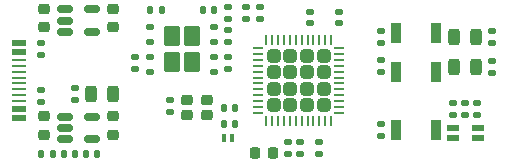
<source format=gbr>
%TF.GenerationSoftware,KiCad,Pcbnew,8.0.4-8.0.4-0~ubuntu24.04.1*%
%TF.CreationDate,2024-07-31T18:59:25-04:00*%
%TF.ProjectId,iceblink,69636562-6c69-46e6-9b2e-6b696361645f,rev?*%
%TF.SameCoordinates,Original*%
%TF.FileFunction,Paste,Top*%
%TF.FilePolarity,Positive*%
%FSLAX46Y46*%
G04 Gerber Fmt 4.6, Leading zero omitted, Abs format (unit mm)*
G04 Created by KiCad (PCBNEW 8.0.4-8.0.4-0~ubuntu24.04.1) date 2024-07-31 18:59:25*
%MOMM*%
%LPD*%
G01*
G04 APERTURE LIST*
G04 Aperture macros list*
%AMRoundRect*
0 Rectangle with rounded corners*
0 $1 Rounding radius*
0 $2 $3 $4 $5 $6 $7 $8 $9 X,Y pos of 4 corners*
0 Add a 4 corners polygon primitive as box body*
4,1,4,$2,$3,$4,$5,$6,$7,$8,$9,$2,$3,0*
0 Add four circle primitives for the rounded corners*
1,1,$1+$1,$2,$3*
1,1,$1+$1,$4,$5*
1,1,$1+$1,$6,$7*
1,1,$1+$1,$8,$9*
0 Add four rect primitives between the rounded corners*
20,1,$1+$1,$2,$3,$4,$5,0*
20,1,$1+$1,$4,$5,$6,$7,0*
20,1,$1+$1,$6,$7,$8,$9,0*
20,1,$1+$1,$8,$9,$2,$3,0*%
G04 Aperture macros list end*
%ADD10RoundRect,0.140000X0.140000X0.170000X-0.140000X0.170000X-0.140000X-0.170000X0.140000X-0.170000X0*%
%ADD11RoundRect,0.140000X0.170000X-0.140000X0.170000X0.140000X-0.170000X0.140000X-0.170000X-0.140000X0*%
%ADD12RoundRect,0.225000X-0.250000X0.225000X-0.250000X-0.225000X0.250000X-0.225000X0.250000X0.225000X0*%
%ADD13RoundRect,0.135000X0.185000X-0.135000X0.185000X0.135000X-0.185000X0.135000X-0.185000X-0.135000X0*%
%ADD14RoundRect,0.140000X-0.170000X0.140000X-0.170000X-0.140000X0.170000X-0.140000X0.170000X0.140000X0*%
%ADD15RoundRect,0.100000X0.100000X0.250000X-0.100000X0.250000X-0.100000X-0.250000X0.100000X-0.250000X0*%
%ADD16R,0.900000X1.700000*%
%ADD17RoundRect,0.135000X-0.185000X0.135000X-0.185000X-0.135000X0.185000X-0.135000X0.185000X0.135000X0*%
%ADD18RoundRect,0.212500X-0.287500X-0.212500X0.287500X-0.212500X0.287500X0.212500X-0.287500X0.212500X0*%
%ADD19RoundRect,0.225000X-0.225000X-0.250000X0.225000X-0.250000X0.225000X0.250000X-0.225000X0.250000X0*%
%ADD20RoundRect,0.243750X-0.243750X-0.456250X0.243750X-0.456250X0.243750X0.456250X-0.243750X0.456250X0*%
%ADD21R,1.000000X0.500000*%
%ADD22RoundRect,0.135000X-0.135000X-0.185000X0.135000X-0.185000X0.135000X0.185000X-0.135000X0.185000X0*%
%ADD23RoundRect,0.150000X-0.512500X-0.150000X0.512500X-0.150000X0.512500X0.150000X-0.512500X0.150000X0*%
%ADD24RoundRect,0.250000X-0.435000X-0.615000X0.435000X-0.615000X0.435000X0.615000X-0.435000X0.615000X0*%
%ADD25RoundRect,0.125000X-0.250000X-0.125000X0.250000X-0.125000X0.250000X0.125000X-0.250000X0.125000X0*%
%ADD26RoundRect,0.250000X-0.315000X0.315000X-0.315000X-0.315000X0.315000X-0.315000X0.315000X0.315000X0*%
%ADD27RoundRect,0.062500X-0.062500X0.375000X-0.062500X-0.375000X0.062500X-0.375000X0.062500X0.375000X0*%
%ADD28RoundRect,0.062500X-0.375000X0.062500X-0.375000X-0.062500X0.375000X-0.062500X0.375000X0.062500X0*%
%ADD29RoundRect,0.135000X0.135000X0.185000X-0.135000X0.185000X-0.135000X-0.185000X0.135000X-0.185000X0*%
%ADD30RoundRect,0.140000X-0.140000X-0.170000X0.140000X-0.170000X0.140000X0.170000X-0.140000X0.170000X0*%
%ADD31R,1.150000X0.580000*%
%ADD32R,1.150000X0.280000*%
G04 APERTURE END LIST*
D10*
%TO.C,C5*%
X141069000Y-117983000D03*
X140109000Y-117983000D03*
%TD*%
D11*
%TO.C,C14*%
X158242000Y-117955000D03*
X158242000Y-116995000D03*
%TD*%
D12*
%TO.C,C1*%
X136519500Y-105717000D03*
X136519500Y-107267000D03*
%TD*%
D13*
%TO.C,R19*%
X174498000Y-108587000D03*
X174498000Y-107567000D03*
%TD*%
D12*
%TO.C,C4*%
X136525000Y-114795000D03*
X136525000Y-116345000D03*
%TD*%
D14*
%TO.C,C9*%
X161544000Y-105946000D03*
X161544000Y-106906000D03*
%TD*%
D15*
%TO.C,D4*%
X152496000Y-116586000D03*
X151796000Y-116586000D03*
%TD*%
D13*
%TO.C,R9*%
X172212000Y-114683000D03*
X172212000Y-113663000D03*
%TD*%
D12*
%TO.C,C2*%
X142361500Y-105717000D03*
X142361500Y-107267000D03*
%TD*%
D16*
%TO.C,S2*%
X166321000Y-107696000D03*
X169721000Y-107696000D03*
%TD*%
D17*
%TO.C,R10*%
X153670000Y-105535000D03*
X153670000Y-106555000D03*
%TD*%
D11*
%TO.C,C12*%
X159791400Y-117955000D03*
X159791400Y-116995000D03*
%TD*%
D14*
%TO.C,C13*%
X159029400Y-105946000D03*
X159029400Y-106906000D03*
%TD*%
D10*
%TO.C,C7*%
X150975000Y-105791000D03*
X150015000Y-105791000D03*
%TD*%
D18*
%TO.C,X1*%
X148629000Y-114721000D03*
X150329000Y-114721000D03*
X150329000Y-113371000D03*
X148629000Y-113371000D03*
%TD*%
D12*
%TO.C,C6*%
X142367000Y-114795000D03*
X142367000Y-116345000D03*
%TD*%
D19*
%TO.C,C15*%
X154419000Y-117856000D03*
X155969000Y-117856000D03*
%TD*%
D13*
%TO.C,R16*%
X152146000Y-108460000D03*
X152146000Y-107440000D03*
%TD*%
D20*
%TO.C,D3*%
X171274500Y-110617000D03*
X173149500Y-110617000D03*
%TD*%
D17*
%TO.C,R12*%
X154813000Y-105535000D03*
X154813000Y-106555000D03*
%TD*%
D13*
%TO.C,R5*%
X165100000Y-111000000D03*
X165100000Y-109980000D03*
%TD*%
D20*
%TO.C,D5*%
X171274500Y-108077000D03*
X173149500Y-108077000D03*
%TD*%
D21*
%TO.C,D1*%
X171162000Y-115805000D03*
X173262000Y-115805000D03*
X171162000Y-116605000D03*
X173262000Y-116605000D03*
%TD*%
D13*
%TO.C,R7*%
X173228000Y-114683000D03*
X173228000Y-113663000D03*
%TD*%
D22*
%TO.C,R1*%
X136269000Y-117983000D03*
X137289000Y-117983000D03*
%TD*%
D23*
%TO.C,U2*%
X138308500Y-105730000D03*
X138308500Y-106680000D03*
X138308500Y-107630000D03*
X140583500Y-107630000D03*
X140583500Y-105730000D03*
%TD*%
D17*
%TO.C,R6*%
X165094500Y-107562000D03*
X165094500Y-108582000D03*
%TD*%
D24*
%TO.C,U1*%
X147359000Y-108018000D03*
X147359000Y-110168000D03*
X149059000Y-108018000D03*
X149059000Y-110168000D03*
D25*
X145509000Y-107188000D03*
X145509000Y-108458000D03*
X145509000Y-109728000D03*
X145509000Y-110998000D03*
X150909000Y-110998000D03*
X150909000Y-109728000D03*
X150909000Y-108458000D03*
X150909000Y-107188000D03*
%TD*%
D13*
%TO.C,R3*%
X136271000Y-109603000D03*
X136271000Y-108583000D03*
%TD*%
D14*
%TO.C,C8*%
X147193000Y-113439000D03*
X147193000Y-114399000D03*
%TD*%
D16*
%TO.C,S3*%
X166321000Y-115951000D03*
X169721000Y-115951000D03*
%TD*%
D26*
%TO.C,U4*%
X160215000Y-109660000D03*
X158815000Y-109660000D03*
X157415000Y-109660000D03*
X156015000Y-109660000D03*
X160215000Y-111060000D03*
X158815000Y-111060000D03*
X157415000Y-111060000D03*
X156015000Y-111060000D03*
X160215000Y-112460000D03*
X158815000Y-112460000D03*
X157415000Y-112460000D03*
X156015000Y-112460000D03*
X160215000Y-113860000D03*
X158815000Y-113860000D03*
X157415000Y-113860000D03*
X156015000Y-113860000D03*
D27*
X160865000Y-108322500D03*
X160365000Y-108322500D03*
X159865000Y-108322500D03*
X159365000Y-108322500D03*
X158865000Y-108322500D03*
X158365000Y-108322500D03*
X157865000Y-108322500D03*
X157365000Y-108322500D03*
X156865000Y-108322500D03*
X156365000Y-108322500D03*
X155865000Y-108322500D03*
X155365000Y-108322500D03*
D28*
X154677500Y-109010000D03*
X154677500Y-109510000D03*
X154677500Y-110010000D03*
X154677500Y-110510000D03*
X154677500Y-111010000D03*
X154677500Y-111510000D03*
X154677500Y-112010000D03*
X154677500Y-112510000D03*
X154677500Y-113010000D03*
X154677500Y-113510000D03*
X154677500Y-114010000D03*
X154677500Y-114510000D03*
D27*
X155365000Y-115197500D03*
X155865000Y-115197500D03*
X156365000Y-115197500D03*
X156865000Y-115197500D03*
X157365000Y-115197500D03*
X157865000Y-115197500D03*
X158365000Y-115197500D03*
X158865000Y-115197500D03*
X159365000Y-115197500D03*
X159865000Y-115197500D03*
X160365000Y-115197500D03*
X160865000Y-115197500D03*
D28*
X161552500Y-114510000D03*
X161552500Y-114010000D03*
X161552500Y-113510000D03*
X161552500Y-113010000D03*
X161552500Y-112510000D03*
X161552500Y-112010000D03*
X161552500Y-111510000D03*
X161552500Y-111010000D03*
X161552500Y-110510000D03*
X161552500Y-110010000D03*
X161552500Y-109510000D03*
X161552500Y-109010000D03*
%TD*%
D17*
%TO.C,R15*%
X144272000Y-109726000D03*
X144272000Y-110746000D03*
%TD*%
D13*
%TO.C,R18*%
X157226000Y-117985000D03*
X157226000Y-116965000D03*
%TD*%
%TO.C,R17*%
X174498000Y-111127000D03*
X174498000Y-110107000D03*
%TD*%
D29*
%TO.C,R13*%
X146560000Y-105791000D03*
X145540000Y-105791000D03*
%TD*%
D17*
%TO.C,R20*%
X165100000Y-115441000D03*
X165100000Y-116461000D03*
%TD*%
%TO.C,R11*%
X152146000Y-105535000D03*
X152146000Y-106555000D03*
%TD*%
D16*
%TO.C,S1*%
X166321000Y-110998000D03*
X169721000Y-110998000D03*
%TD*%
D13*
%TO.C,R2*%
X136271000Y-113540000D03*
X136271000Y-112520000D03*
%TD*%
%TO.C,R14*%
X152146000Y-110748000D03*
X152146000Y-109728000D03*
%TD*%
D30*
%TO.C,C10*%
X151793000Y-114046000D03*
X152753000Y-114046000D03*
%TD*%
%TO.C,C3*%
X138204000Y-117983000D03*
X139164000Y-117983000D03*
%TD*%
D13*
%TO.C,R4*%
X139192000Y-113413000D03*
X139192000Y-112393000D03*
%TD*%
D31*
%TO.C,J1*%
X134422000Y-108560000D03*
X134422000Y-109360000D03*
D32*
X134422000Y-110510000D03*
X134422000Y-111510000D03*
X134422000Y-112010000D03*
X134422000Y-113010000D03*
D31*
X134422000Y-114960000D03*
X134422000Y-114160000D03*
D32*
X134422000Y-113510000D03*
X134422000Y-112510000D03*
X134422000Y-111010000D03*
X134422000Y-110010000D03*
%TD*%
D30*
%TO.C,C11*%
X151793000Y-115443000D03*
X152753000Y-115443000D03*
%TD*%
D23*
%TO.C,U3*%
X138314000Y-114813000D03*
X138314000Y-115763000D03*
X138314000Y-116713000D03*
X140589000Y-116713000D03*
X140589000Y-114813000D03*
%TD*%
D13*
%TO.C,R8*%
X171196000Y-114683000D03*
X171196000Y-113663000D03*
%TD*%
D20*
%TO.C,D2*%
X140540500Y-112903000D03*
X142415500Y-112903000D03*
%TD*%
M02*

</source>
